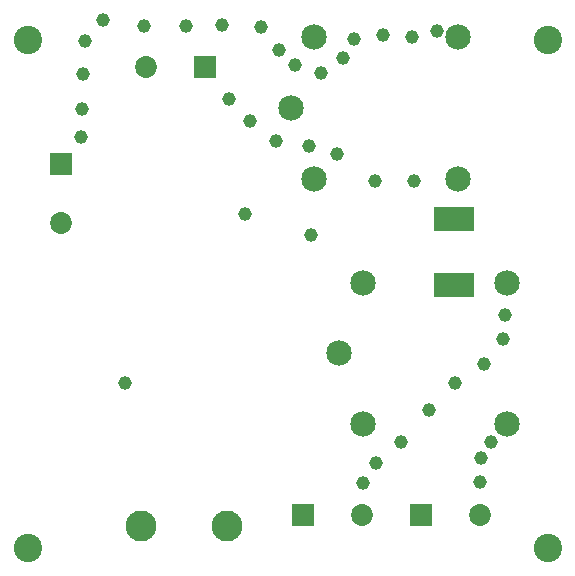
<source format=gbs>
G75*
G70*
%OFA0B0*%
%FSLAX24Y24*%
%IPPOS*%
%LPD*%
%AMOC8*
5,1,8,0,0,1.08239X$1,22.5*
%
%ADD10C,0.0946*%
%ADD11R,0.0730X0.0730*%
%ADD12C,0.0730*%
%ADD13C,0.0848*%
%ADD14R,0.1340X0.0789*%
%ADD15C,0.1030*%
%ADD16C,0.0456*%
D10*
X011134Y002425D03*
X028457Y002425D03*
X028457Y019354D03*
X011134Y019354D03*
D11*
X012237Y015220D03*
X017040Y018449D03*
X020308Y003528D03*
X024245Y003528D03*
D12*
X026213Y003528D03*
X022276Y003528D03*
X012237Y013252D03*
X015071Y018449D03*
D13*
X019890Y017102D03*
X020678Y014740D03*
X022292Y011276D03*
X021505Y008913D03*
X022292Y006551D03*
X027095Y006551D03*
X027095Y011276D03*
X025481Y014740D03*
X025481Y019465D03*
X020678Y019465D03*
D14*
X025347Y013409D03*
X025347Y011205D03*
D15*
X017768Y003173D03*
X014894Y003173D03*
D16*
X014363Y007937D03*
X018379Y013567D03*
X020583Y012858D03*
X022709Y014669D03*
X024009Y014669D03*
X021449Y015575D03*
X020505Y015811D03*
X019402Y016008D03*
X018536Y016677D03*
X017827Y017386D03*
X019520Y019039D03*
X020032Y018528D03*
X020898Y018252D03*
X021646Y018764D03*
X022001Y019394D03*
X022985Y019512D03*
X023930Y019472D03*
X024757Y019669D03*
X018890Y019787D03*
X017591Y019866D03*
X016410Y019827D03*
X014993Y019827D03*
X013654Y020024D03*
X013024Y019315D03*
X012985Y018213D03*
X012946Y017071D03*
X012906Y016126D03*
X023575Y005969D03*
X022749Y005260D03*
X022316Y004591D03*
X024520Y007031D03*
X025386Y007937D03*
X026331Y008567D03*
X026961Y009394D03*
X027040Y010181D03*
X026568Y005969D03*
X026253Y005417D03*
X026213Y004630D03*
M02*

</source>
